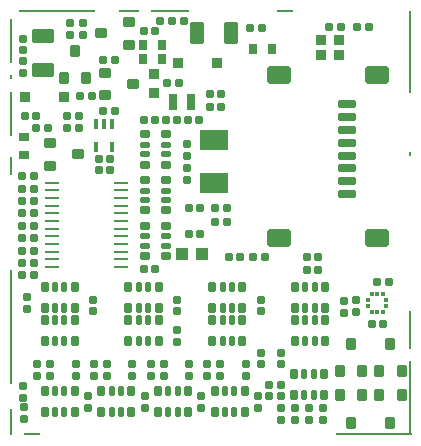
<source format=gbp>
G04*
G04 #@! TF.GenerationSoftware,Altium Limited,Altium Designer,23.8.1 (32)*
G04*
G04 Layer_Color=128*
%FSLAX25Y25*%
%MOIN*%
G70*
G04*
G04 #@! TF.SameCoordinates,1743D94C-C548-4208-902B-E8BBFEDC475C*
G04*
G04*
G04 #@! TF.FilePolarity,Positive*
G04*
G01*
G75*
%ADD20R,0.12992X0.00787*%
%ADD21R,0.06693X0.00787*%
%ADD22R,0.00787X0.12992*%
%ADD23R,0.05512X0.00787*%
%ADD24R,0.25197X0.00787*%
%ADD25R,0.00787X0.38189*%
%ADD26R,0.00787X0.09055*%
%ADD27R,0.00787X0.06299*%
%ADD28R,0.00787X0.24803*%
%ADD29R,0.00787X0.27559*%
%ADD30R,0.00787X0.14567*%
%ADD31R,0.00787X0.01575*%
G04:AMPARAMS|DCode=32|XSize=25.59mil|YSize=31.5mil|CornerRadius=2.56mil|HoleSize=0mil|Usage=FLASHONLY|Rotation=270.000|XOffset=0mil|YOffset=0mil|HoleType=Round|Shape=RoundedRectangle|*
%AMROUNDEDRECTD32*
21,1,0.02559,0.02638,0,0,270.0*
21,1,0.02047,0.03150,0,0,270.0*
1,1,0.00512,-0.01319,-0.01024*
1,1,0.00512,-0.01319,0.01024*
1,1,0.00512,0.01319,0.01024*
1,1,0.00512,0.01319,-0.01024*
%
%ADD32ROUNDEDRECTD32*%
G04:AMPARAMS|DCode=33|XSize=17.72mil|YSize=31.5mil|CornerRadius=1.77mil|HoleSize=0mil|Usage=FLASHONLY|Rotation=270.000|XOffset=0mil|YOffset=0mil|HoleType=Round|Shape=RoundedRectangle|*
%AMROUNDEDRECTD33*
21,1,0.01772,0.02795,0,0,270.0*
21,1,0.01417,0.03150,0,0,270.0*
1,1,0.00354,-0.01398,-0.00709*
1,1,0.00354,-0.01398,0.00709*
1,1,0.00354,0.01398,0.00709*
1,1,0.00354,0.01398,-0.00709*
%
%ADD33ROUNDEDRECTD33*%
G04:AMPARAMS|DCode=39|XSize=27.56mil|YSize=23.62mil|CornerRadius=2.36mil|HoleSize=0mil|Usage=FLASHONLY|Rotation=90.000|XOffset=0mil|YOffset=0mil|HoleType=Round|Shape=RoundedRectangle|*
%AMROUNDEDRECTD39*
21,1,0.02756,0.01890,0,0,90.0*
21,1,0.02284,0.02362,0,0,90.0*
1,1,0.00472,0.00945,0.01142*
1,1,0.00472,0.00945,-0.01142*
1,1,0.00472,-0.00945,-0.01142*
1,1,0.00472,-0.00945,0.01142*
%
%ADD39ROUNDEDRECTD39*%
G04:AMPARAMS|DCode=43|XSize=27.56mil|YSize=23.62mil|CornerRadius=2.36mil|HoleSize=0mil|Usage=FLASHONLY|Rotation=180.000|XOffset=0mil|YOffset=0mil|HoleType=Round|Shape=RoundedRectangle|*
%AMROUNDEDRECTD43*
21,1,0.02756,0.01890,0,0,180.0*
21,1,0.02284,0.02362,0,0,180.0*
1,1,0.00472,-0.01142,0.00945*
1,1,0.00472,0.01142,0.00945*
1,1,0.00472,0.01142,-0.00945*
1,1,0.00472,-0.01142,-0.00945*
%
%ADD43ROUNDEDRECTD43*%
G04:AMPARAMS|DCode=45|XSize=35.43mil|YSize=37.4mil|CornerRadius=3.54mil|HoleSize=0mil|Usage=FLASHONLY|Rotation=270.000|XOffset=0mil|YOffset=0mil|HoleType=Round|Shape=RoundedRectangle|*
%AMROUNDEDRECTD45*
21,1,0.03543,0.03032,0,0,270.0*
21,1,0.02835,0.03740,0,0,270.0*
1,1,0.00709,-0.01516,-0.01417*
1,1,0.00709,-0.01516,0.01417*
1,1,0.00709,0.01516,0.01417*
1,1,0.00709,0.01516,-0.01417*
%
%ADD45ROUNDEDRECTD45*%
G04:AMPARAMS|DCode=49|XSize=27.56mil|YSize=36.22mil|CornerRadius=2.76mil|HoleSize=0mil|Usage=FLASHONLY|Rotation=0.000|XOffset=0mil|YOffset=0mil|HoleType=Round|Shape=RoundedRectangle|*
%AMROUNDEDRECTD49*
21,1,0.02756,0.03071,0,0,0.0*
21,1,0.02205,0.03622,0,0,0.0*
1,1,0.00551,0.01102,-0.01535*
1,1,0.00551,-0.01102,-0.01535*
1,1,0.00551,-0.01102,0.01535*
1,1,0.00551,0.01102,0.01535*
%
%ADD49ROUNDEDRECTD49*%
G04:AMPARAMS|DCode=51|XSize=35.43mil|YSize=37.4mil|CornerRadius=3.54mil|HoleSize=0mil|Usage=FLASHONLY|Rotation=270.000|XOffset=0mil|YOffset=0mil|HoleType=Round|Shape=RoundedRectangle|*
%AMROUNDEDRECTD51*
21,1,0.03543,0.03032,0,0,270.0*
21,1,0.02835,0.03740,0,0,270.0*
1,1,0.00709,-0.01516,-0.01417*
1,1,0.00709,-0.01516,0.01417*
1,1,0.00709,0.01516,0.01417*
1,1,0.00709,0.01516,-0.01417*
%
%ADD51ROUNDEDRECTD51*%
G04:AMPARAMS|DCode=94|XSize=33.47mil|YSize=33.47mil|CornerRadius=3.35mil|HoleSize=0mil|Usage=FLASHONLY|Rotation=90.000|XOffset=0mil|YOffset=0mil|HoleType=Round|Shape=RoundedRectangle|*
%AMROUNDEDRECTD94*
21,1,0.03347,0.02677,0,0,90.0*
21,1,0.02677,0.03347,0,0,90.0*
1,1,0.00669,0.01339,0.01339*
1,1,0.00669,0.01339,-0.01339*
1,1,0.00669,-0.01339,-0.01339*
1,1,0.00669,-0.01339,0.01339*
%
%ADD94ROUNDEDRECTD94*%
G04:AMPARAMS|DCode=95|XSize=25.59mil|YSize=31.5mil|CornerRadius=2.56mil|HoleSize=0mil|Usage=FLASHONLY|Rotation=0.000|XOffset=0mil|YOffset=0mil|HoleType=Round|Shape=RoundedRectangle|*
%AMROUNDEDRECTD95*
21,1,0.02559,0.02638,0,0,0.0*
21,1,0.02047,0.03150,0,0,0.0*
1,1,0.00512,0.01024,-0.01319*
1,1,0.00512,-0.01024,-0.01319*
1,1,0.00512,-0.01024,0.01319*
1,1,0.00512,0.01024,0.01319*
%
%ADD95ROUNDEDRECTD95*%
G04:AMPARAMS|DCode=96|XSize=17.72mil|YSize=31.5mil|CornerRadius=1.77mil|HoleSize=0mil|Usage=FLASHONLY|Rotation=0.000|XOffset=0mil|YOffset=0mil|HoleType=Round|Shape=RoundedRectangle|*
%AMROUNDEDRECTD96*
21,1,0.01772,0.02795,0,0,0.0*
21,1,0.01417,0.03150,0,0,0.0*
1,1,0.00354,0.00709,-0.01398*
1,1,0.00354,-0.00709,-0.01398*
1,1,0.00354,-0.00709,0.01398*
1,1,0.00354,0.00709,0.01398*
%
%ADD96ROUNDEDRECTD96*%
G04:AMPARAMS|DCode=97|XSize=33.47mil|YSize=33.47mil|CornerRadius=3.35mil|HoleSize=0mil|Usage=FLASHONLY|Rotation=0.000|XOffset=0mil|YOffset=0mil|HoleType=Round|Shape=RoundedRectangle|*
%AMROUNDEDRECTD97*
21,1,0.03347,0.02677,0,0,0.0*
21,1,0.02677,0.03347,0,0,0.0*
1,1,0.00669,0.01339,-0.01339*
1,1,0.00669,-0.01339,-0.01339*
1,1,0.00669,-0.01339,0.01339*
1,1,0.00669,0.01339,0.01339*
%
%ADD97ROUNDEDRECTD97*%
G04:AMPARAMS|DCode=98|XSize=78.74mil|YSize=57.09mil|CornerRadius=5.71mil|HoleSize=0mil|Usage=FLASHONLY|Rotation=180.000|XOffset=0mil|YOffset=0mil|HoleType=Round|Shape=RoundedRectangle|*
%AMROUNDEDRECTD98*
21,1,0.07874,0.04567,0,0,180.0*
21,1,0.06732,0.05709,0,0,180.0*
1,1,0.01142,-0.03366,0.02284*
1,1,0.01142,0.03366,0.02284*
1,1,0.01142,0.03366,-0.02284*
1,1,0.01142,-0.03366,-0.02284*
%
%ADD98ROUNDEDRECTD98*%
G04:AMPARAMS|DCode=99|XSize=59.06mil|YSize=25.59mil|CornerRadius=2.56mil|HoleSize=0mil|Usage=FLASHONLY|Rotation=180.000|XOffset=0mil|YOffset=0mil|HoleType=Round|Shape=RoundedRectangle|*
%AMROUNDEDRECTD99*
21,1,0.05906,0.02047,0,0,180.0*
21,1,0.05394,0.02559,0,0,180.0*
1,1,0.00512,-0.02697,0.01024*
1,1,0.00512,0.02697,0.01024*
1,1,0.00512,0.02697,-0.01024*
1,1,0.00512,-0.02697,-0.01024*
%
%ADD99ROUNDEDRECTD99*%
G04:AMPARAMS|DCode=100|XSize=35.43mil|YSize=37.4mil|CornerRadius=3.54mil|HoleSize=0mil|Usage=FLASHONLY|Rotation=180.000|XOffset=0mil|YOffset=0mil|HoleType=Round|Shape=RoundedRectangle|*
%AMROUNDEDRECTD100*
21,1,0.03543,0.03032,0,0,180.0*
21,1,0.02835,0.03740,0,0,180.0*
1,1,0.00709,-0.01417,0.01516*
1,1,0.00709,0.01417,0.01516*
1,1,0.00709,0.01417,-0.01516*
1,1,0.00709,-0.01417,-0.01516*
%
%ADD100ROUNDEDRECTD100*%
%ADD101R,0.01378X0.01476*%
G04:AMPARAMS|DCode=103|XSize=12.6mil|YSize=31.5mil|CornerRadius=1.26mil|HoleSize=0mil|Usage=FLASHONLY|Rotation=180.000|XOffset=0mil|YOffset=0mil|HoleType=Round|Shape=RoundedRectangle|*
%AMROUNDEDRECTD103*
21,1,0.01260,0.02898,0,0,180.0*
21,1,0.01008,0.03150,0,0,180.0*
1,1,0.00252,-0.00504,0.01449*
1,1,0.00252,0.00504,0.01449*
1,1,0.00252,0.00504,-0.01449*
1,1,0.00252,-0.00504,-0.01449*
%
%ADD103ROUNDEDRECTD103*%
%ADD104O,0.04961X0.00984*%
G04:AMPARAMS|DCode=105|XSize=70.87mil|YSize=45.28mil|CornerRadius=4.53mil|HoleSize=0mil|Usage=FLASHONLY|Rotation=0.000|XOffset=0mil|YOffset=0mil|HoleType=Round|Shape=RoundedRectangle|*
%AMROUNDEDRECTD105*
21,1,0.07087,0.03622,0,0,0.0*
21,1,0.06181,0.04528,0,0,0.0*
1,1,0.00906,0.03091,-0.01811*
1,1,0.00906,-0.03091,-0.01811*
1,1,0.00906,-0.03091,0.01811*
1,1,0.00906,0.03091,0.01811*
%
%ADD105ROUNDEDRECTD105*%
G04:AMPARAMS|DCode=106|XSize=35.83mil|YSize=33.47mil|CornerRadius=3.35mil|HoleSize=0mil|Usage=FLASHONLY|Rotation=0.000|XOffset=0mil|YOffset=0mil|HoleType=Round|Shape=RoundedRectangle|*
%AMROUNDEDRECTD106*
21,1,0.03583,0.02677,0,0,0.0*
21,1,0.02913,0.03347,0,0,0.0*
1,1,0.00669,0.01457,-0.01339*
1,1,0.00669,-0.01457,-0.01339*
1,1,0.00669,-0.01457,0.01339*
1,1,0.00669,0.01457,0.01339*
%
%ADD106ROUNDEDRECTD106*%
%ADD107R,0.09449X0.06693*%
%ADD108R,0.01476X0.01378*%
G04:AMPARAMS|DCode=109|XSize=27.56mil|YSize=55.12mil|CornerRadius=2.76mil|HoleSize=0mil|Usage=FLASHONLY|Rotation=0.000|XOffset=0mil|YOffset=0mil|HoleType=Round|Shape=RoundedRectangle|*
%AMROUNDEDRECTD109*
21,1,0.02756,0.04961,0,0,0.0*
21,1,0.02205,0.05512,0,0,0.0*
1,1,0.00551,0.01102,-0.02480*
1,1,0.00551,-0.01102,-0.02480*
1,1,0.00551,-0.01102,0.02480*
1,1,0.00551,0.01102,0.02480*
%
%ADD109ROUNDEDRECTD109*%
G04:AMPARAMS|DCode=110|XSize=35.43mil|YSize=37.4mil|CornerRadius=3.54mil|HoleSize=0mil|Usage=FLASHONLY|Rotation=180.000|XOffset=0mil|YOffset=0mil|HoleType=Round|Shape=RoundedRectangle|*
%AMROUNDEDRECTD110*
21,1,0.03543,0.03032,0,0,180.0*
21,1,0.02835,0.03740,0,0,180.0*
1,1,0.00709,-0.01417,0.01516*
1,1,0.00709,0.01417,0.01516*
1,1,0.00709,0.01417,-0.01516*
1,1,0.00709,-0.01417,-0.01516*
%
%ADD110ROUNDEDRECTD110*%
%ADD111R,0.03937X0.04331*%
G04:AMPARAMS|DCode=112|XSize=70.87mil|YSize=45.28mil|CornerRadius=4.53mil|HoleSize=0mil|Usage=FLASHONLY|Rotation=90.000|XOffset=0mil|YOffset=0mil|HoleType=Round|Shape=RoundedRectangle|*
%AMROUNDEDRECTD112*
21,1,0.07087,0.03622,0,0,90.0*
21,1,0.06181,0.04528,0,0,90.0*
1,1,0.00906,0.01811,0.03091*
1,1,0.00906,0.01811,-0.03091*
1,1,0.00906,-0.01811,-0.03091*
1,1,0.00906,-0.01811,0.03091*
%
%ADD112ROUNDEDRECTD112*%
G04:AMPARAMS|DCode=113|XSize=27.56mil|YSize=36.22mil|CornerRadius=2.76mil|HoleSize=0mil|Usage=FLASHONLY|Rotation=90.000|XOffset=0mil|YOffset=0mil|HoleType=Round|Shape=RoundedRectangle|*
%AMROUNDEDRECTD113*
21,1,0.02756,0.03071,0,0,90.0*
21,1,0.02205,0.03622,0,0,90.0*
1,1,0.00551,0.01535,0.01102*
1,1,0.00551,0.01535,-0.01102*
1,1,0.00551,-0.01535,-0.01102*
1,1,0.00551,-0.01535,0.01102*
%
%ADD113ROUNDEDRECTD113*%
D20*
X53347Y141339D02*
D03*
D21*
X39567D02*
D03*
D22*
X133465Y35236D02*
D03*
D23*
X91732Y141339D02*
D03*
X7480Y394D02*
D03*
D24*
X121260Y394D02*
D03*
X15748Y141339D02*
D03*
D25*
X394Y36024D02*
D03*
D26*
X394Y4528D02*
D03*
D27*
X394Y89764D02*
D03*
D28*
X133465Y12402D02*
D03*
D29*
Y127953D02*
D03*
D30*
X394Y107283D02*
D03*
Y131299D02*
D03*
D31*
Y119291D02*
D03*
X133465Y93701D02*
D03*
D32*
X51969Y85039D02*
D03*
Y59744D02*
D03*
Y75000D02*
D03*
Y69784D02*
D03*
X44882Y100295D02*
D03*
X51969D02*
D03*
X51969Y90256D02*
D03*
X44882D02*
D03*
X44882Y59744D02*
D03*
Y69784D02*
D03*
Y75000D02*
D03*
Y85039D02*
D03*
D33*
X51969Y81594D02*
D03*
Y66339D02*
D03*
Y78445D02*
D03*
Y63189D02*
D03*
X51969Y93701D02*
D03*
Y96850D02*
D03*
X44882Y96850D02*
D03*
X44882Y93701D02*
D03*
X44882Y66339D02*
D03*
Y63189D02*
D03*
Y81594D02*
D03*
Y78445D02*
D03*
D39*
X53937Y138189D02*
D03*
X50000D02*
D03*
X48425Y134646D02*
D03*
X44488D02*
D03*
X56299Y117323D02*
D03*
X52362D02*
D03*
X84952Y59621D02*
D03*
X81015D02*
D03*
X76756D02*
D03*
X72819D02*
D03*
X33434Y92088D02*
D03*
X29497D02*
D03*
X33434Y88365D02*
D03*
X29497D02*
D03*
X31018Y125197D02*
D03*
X34955D02*
D03*
X119652Y136130D02*
D03*
X83904Y135891D02*
D03*
X98819Y59621D02*
D03*
X66535Y113779D02*
D03*
Y109449D02*
D03*
X63105Y105230D02*
D03*
X51828Y105285D02*
D03*
X72244Y75625D02*
D03*
X63455D02*
D03*
X59518Y67140D02*
D03*
X124435Y37274D02*
D03*
X98819Y55118D02*
D03*
X57874Y138189D02*
D03*
X44488Y105194D02*
D03*
X22835Y106592D02*
D03*
X8770D02*
D03*
X22835Y102362D02*
D03*
X8770D02*
D03*
X48473Y55454D02*
D03*
X3937Y53543D02*
D03*
X70472Y113779D02*
D03*
X59518Y75625D02*
D03*
X68307D02*
D03*
Y71137D02*
D03*
X72244D02*
D03*
X126378Y51181D02*
D03*
X122441D02*
D03*
X120498Y37274D02*
D03*
X35053Y108098D02*
D03*
X31116D02*
D03*
X4832Y106592D02*
D03*
X48425Y105194D02*
D03*
X63455Y67140D02*
D03*
X55765Y105285D02*
D03*
X59168Y105230D02*
D03*
X18898Y102362D02*
D03*
X44536Y55454D02*
D03*
X7874Y53543D02*
D03*
X79967Y135891D02*
D03*
X53937Y138189D02*
D03*
X27165Y113165D02*
D03*
X23228D02*
D03*
X18898Y106592D02*
D03*
X102756Y55118D02*
D03*
Y59621D02*
D03*
X70472Y109449D02*
D03*
X115715Y136130D02*
D03*
X106399D02*
D03*
X110336D02*
D03*
X12707Y102362D02*
D03*
X3937Y57480D02*
D03*
X7874D02*
D03*
X3937Y69882D02*
D03*
X7874D02*
D03*
X3937Y74016D02*
D03*
X7874D02*
D03*
X3937Y82284D02*
D03*
X7874D02*
D03*
X3937Y78150D02*
D03*
X7874D02*
D03*
X3937Y86417D02*
D03*
X7874D02*
D03*
X3937Y65748D02*
D03*
X7874D02*
D03*
X3937Y61614D02*
D03*
X7874D02*
D03*
D43*
X58927Y88976D02*
D03*
Y93209D02*
D03*
X104331Y5118D02*
D03*
X99606Y5118D02*
D03*
X94882D02*
D03*
X90158D02*
D03*
X20079Y133465D02*
D03*
X24213D02*
D03*
X115393Y41244D02*
D03*
Y45181D02*
D03*
X4464Y132283D02*
D03*
Y128347D02*
D03*
X58927Y97146D02*
D03*
Y85039D02*
D03*
X111221Y40748D02*
D03*
Y44685D02*
D03*
X86448Y12972D02*
D03*
Y16909D02*
D03*
X90158D02*
D03*
Y12972D02*
D03*
Y27559D02*
D03*
Y23622D02*
D03*
X90158Y9055D02*
D03*
X94882D02*
D03*
X104331Y9055D02*
D03*
X99606Y9055D02*
D03*
X5499Y42249D02*
D03*
Y46186D02*
D03*
X55709Y45276D02*
D03*
Y41339D02*
D03*
Y35039D02*
D03*
Y31102D02*
D03*
X27756Y45276D02*
D03*
Y41339D02*
D03*
X51181Y19882D02*
D03*
Y23819D02*
D03*
X21851Y19882D02*
D03*
Y23819D02*
D03*
X9055Y19882D02*
D03*
Y23819D02*
D03*
X25947Y12972D02*
D03*
Y9035D02*
D03*
X4331Y12598D02*
D03*
Y16535D02*
D03*
X4528Y9449D02*
D03*
Y5512D02*
D03*
X4464Y120757D02*
D03*
Y124694D02*
D03*
X20079Y137402D02*
D03*
X24213D02*
D03*
X27953Y23819D02*
D03*
Y19882D02*
D03*
X32283Y23819D02*
D03*
Y19882D02*
D03*
X40748Y23819D02*
D03*
Y19882D02*
D03*
X44914Y9035D02*
D03*
Y12972D02*
D03*
X83661Y41339D02*
D03*
Y45276D02*
D03*
X13386Y23819D02*
D03*
Y19882D02*
D03*
X63757Y9035D02*
D03*
Y12972D02*
D03*
X59646Y23819D02*
D03*
Y19882D02*
D03*
X46851Y23819D02*
D03*
Y19882D02*
D03*
X82737Y9035D02*
D03*
Y12972D02*
D03*
X78544Y23819D02*
D03*
Y19882D02*
D03*
X70079Y23819D02*
D03*
Y19882D02*
D03*
X65748Y23819D02*
D03*
Y19882D02*
D03*
X83525Y27559D02*
D03*
Y23622D02*
D03*
D45*
X39557Y130256D02*
D03*
X31817Y120781D02*
D03*
X13484Y97411D02*
D03*
D49*
X87205Y128839D02*
D03*
X80905D02*
D03*
X50591Y130217D02*
D03*
X44291Y130217D02*
D03*
X50591Y125591D02*
D03*
X44291D02*
D03*
D51*
X22736Y93670D02*
D03*
X31817Y113301D02*
D03*
X41069Y117041D02*
D03*
X39557Y137736D02*
D03*
X30305Y133996D02*
D03*
X13484Y89930D02*
D03*
D94*
X48031Y120394D02*
D03*
Y114173D02*
D03*
D95*
X77461Y49606D02*
D03*
Y42520D02*
D03*
X67421D02*
D03*
X67421Y49606D02*
D03*
X49508Y42520D02*
D03*
X21555D02*
D03*
X39469Y38583D02*
D03*
X94587Y13386D02*
D03*
X94587Y20472D02*
D03*
X104626D02*
D03*
Y13386D02*
D03*
X11516Y31496D02*
D03*
X11516Y38583D02*
D03*
X21555Y38583D02*
D03*
X21555Y31496D02*
D03*
X21555Y49606D02*
D03*
X11516Y42520D02*
D03*
X11516Y49606D02*
D03*
X39469Y31496D02*
D03*
X49508Y38583D02*
D03*
Y31496D02*
D03*
X49508Y49606D02*
D03*
X39469Y42520D02*
D03*
Y49606D02*
D03*
X40453Y7677D02*
D03*
Y14764D02*
D03*
X30413D02*
D03*
Y7677D02*
D03*
X21555D02*
D03*
X21555Y14764D02*
D03*
X11516D02*
D03*
X11516Y7677D02*
D03*
X59351D02*
D03*
Y14764D02*
D03*
X49311D02*
D03*
X49311Y7677D02*
D03*
X78248D02*
D03*
Y14764D02*
D03*
X68209D02*
D03*
X68209Y7677D02*
D03*
X77461Y31496D02*
D03*
Y38583D02*
D03*
X67421Y38583D02*
D03*
X67421Y31496D02*
D03*
X105020D02*
D03*
X105020Y38583D02*
D03*
X94980Y38583D02*
D03*
Y31496D02*
D03*
X94980Y49606D02*
D03*
X94980Y42520D02*
D03*
X105020D02*
D03*
Y49606D02*
D03*
D96*
X70866Y42520D02*
D03*
X74016D02*
D03*
X74016Y49606D02*
D03*
X70866Y49606D02*
D03*
X46063Y42520D02*
D03*
X18110D02*
D03*
X42913Y38583D02*
D03*
X101181Y20472D02*
D03*
X98032D02*
D03*
Y13386D02*
D03*
X101181D02*
D03*
X18110Y38583D02*
D03*
X14961D02*
D03*
Y31496D02*
D03*
X18110Y31496D02*
D03*
X14961Y42520D02*
D03*
X18110Y49606D02*
D03*
X14961Y49606D02*
D03*
X46063Y38583D02*
D03*
X42913Y31496D02*
D03*
X46063D02*
D03*
X42914Y42520D02*
D03*
X46063Y49606D02*
D03*
X42914D02*
D03*
X37008Y7677D02*
D03*
X33858D02*
D03*
Y14764D02*
D03*
X37008D02*
D03*
X18111Y7677D02*
D03*
X14961D02*
D03*
Y14764D02*
D03*
X18111D02*
D03*
X55906Y7677D02*
D03*
X52756D02*
D03*
Y14764D02*
D03*
X55906D02*
D03*
X74803Y7677D02*
D03*
X71654D02*
D03*
Y14764D02*
D03*
X74803D02*
D03*
X74016Y31496D02*
D03*
X70866D02*
D03*
Y38583D02*
D03*
X74016D02*
D03*
X101575Y31496D02*
D03*
X98425D02*
D03*
Y38583D02*
D03*
X101575Y38583D02*
D03*
X98425Y49606D02*
D03*
X101575Y49606D02*
D03*
X101575Y42520D02*
D03*
X98425Y42520D02*
D03*
D97*
X109803Y126870D02*
D03*
Y131860D02*
D03*
X103583D02*
D03*
Y126870D02*
D03*
D98*
X122441Y119980D02*
D03*
X89764D02*
D03*
X122441Y65847D02*
D03*
X89764D02*
D03*
D99*
X112205Y101949D02*
D03*
Y110610D02*
D03*
Y106280D02*
D03*
Y97618D02*
D03*
Y93287D02*
D03*
Y88957D02*
D03*
Y84626D02*
D03*
Y80295D02*
D03*
D100*
X130512Y21339D02*
D03*
X117308D02*
D03*
X123031Y13307D02*
D03*
X109828Y13307D02*
D03*
X126772Y30591D02*
D03*
X113568D02*
D03*
X113568Y4055D02*
D03*
X25394Y118976D02*
D03*
X21654Y128228D02*
D03*
X126772Y4055D02*
D03*
D101*
X124435Y47112D02*
D03*
X120498D02*
D03*
X124435Y41108D02*
D03*
X122467D02*
D03*
Y47112D02*
D03*
X120498Y41108D02*
D03*
D103*
X33870Y103760D02*
D03*
X28752D02*
D03*
X31311D02*
D03*
X33870Y96279D02*
D03*
X28752D02*
D03*
D104*
X37087Y84252D02*
D03*
X14095Y81693D02*
D03*
Y84252D02*
D03*
X37087Y61221D02*
D03*
X14095Y58662D02*
D03*
Y56102D02*
D03*
Y61221D02*
D03*
Y63780D02*
D03*
Y66339D02*
D03*
Y68898D02*
D03*
Y71457D02*
D03*
Y74016D02*
D03*
Y76575D02*
D03*
Y79134D02*
D03*
X37087Y56102D02*
D03*
Y58662D02*
D03*
Y63780D02*
D03*
Y66339D02*
D03*
Y68898D02*
D03*
Y71457D02*
D03*
Y74016D02*
D03*
Y76575D02*
D03*
Y79134D02*
D03*
Y81693D02*
D03*
D105*
X11024Y121839D02*
D03*
Y133257D02*
D03*
D106*
X69114Y123974D02*
D03*
X56122D02*
D03*
X5037Y112774D02*
D03*
X18029Y112774D02*
D03*
D107*
X67889Y98569D02*
D03*
X67889Y84002D02*
D03*
D108*
X119465Y43126D02*
D03*
Y45094D02*
D03*
X125469D02*
D03*
Y43126D02*
D03*
D109*
X54478Y111092D02*
D03*
X60383D02*
D03*
D110*
X123031Y21339D02*
D03*
X109828D02*
D03*
X117308Y13307D02*
D03*
X17913Y118976D02*
D03*
X130512Y13307D02*
D03*
D111*
X57281Y60433D02*
D03*
X63974D02*
D03*
D112*
X73642Y133970D02*
D03*
X62225D02*
D03*
D113*
X4725Y99606D02*
D03*
X4725Y93307D02*
D03*
M02*

</source>
